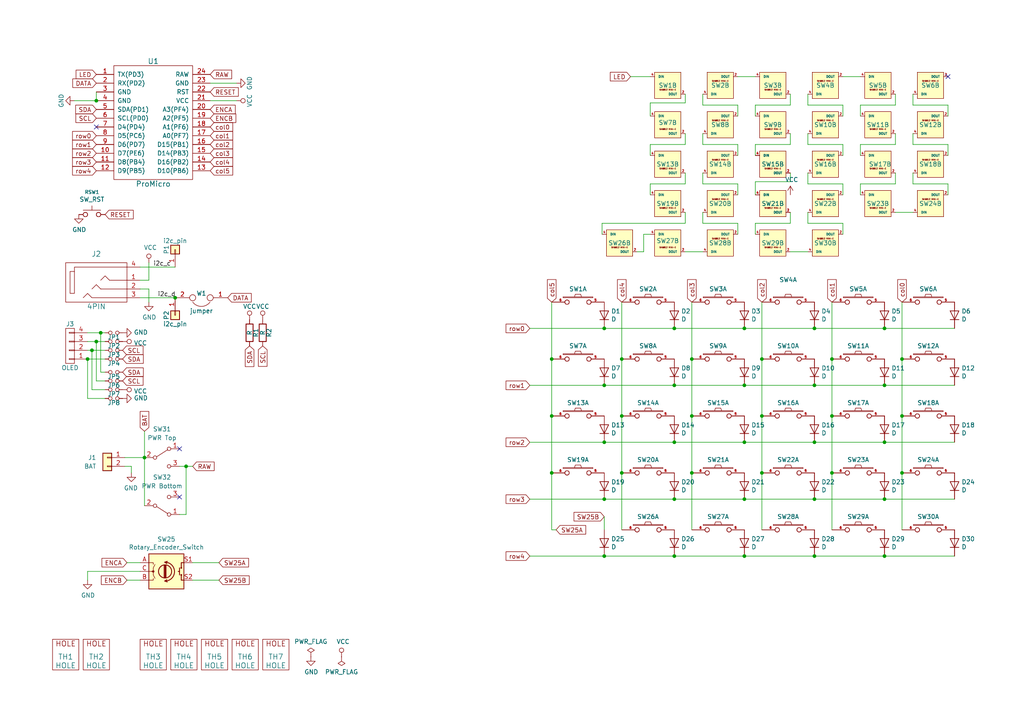
<source format=kicad_sch>
(kicad_sch (version 20211123) (generator eeschema)
  (paper "A4")
  (junction (at 195.58 128.27))
  (junction (at 50.8 86.36))
  (junction (at 160.02 120.65))
  (junction (at 41.91 132.715))
  (junction (at 261.62 104.14))
  (junction (at 195.58 111.76))
  (junction (at 256.54 128.27))
  (junction (at 256.54 161.29))
  (junction (at 160.02 104.14))
  (junction (at 27.94 99.06))
  (junction (at 29.21 96.52))
  (junction (at 200.66 104.14))
  (junction (at 236.22 128.27))
  (junction (at 220.98 137.16))
  (junction (at 236.22 95.25))
  (junction (at 160.02 137.16))
  (junction (at 175.26 128.27))
  (junction (at 195.58 95.25))
  (junction (at 256.54 111.76))
  (junction (at 200.66 137.16))
  (junction (at 261.62 137.16))
  (junction (at 220.98 104.14))
  (junction (at 236.22 111.76))
  (junction (at 175.26 144.78))
  (junction (at 180.34 104.14))
  (junction (at 256.54 95.25))
  (junction (at 215.9 95.25))
  (junction (at 241.3 120.65))
  (junction (at 215.9 128.27))
  (junction (at 195.58 144.78))
  (junction (at 236.22 144.78))
  (junction (at 215.9 144.78))
  (junction (at 175.26 111.76))
  (junction (at 27.94 29.21))
  (junction (at 175.26 95.25))
  (junction (at 220.98 120.65))
  (junction (at 200.66 120.65))
  (junction (at 195.58 161.29))
  (junction (at 25.4 104.14))
  (junction (at 180.34 137.16))
  (junction (at 53.975 135.255))
  (junction (at 256.54 144.78))
  (junction (at 241.3 104.14))
  (junction (at 26.67 101.6))
  (junction (at 215.9 111.76))
  (junction (at 241.3 137.16))
  (junction (at 180.34 120.65))
  (junction (at 215.9 161.29))
  (junction (at 175.26 161.29))
  (junction (at 236.22 161.29))
  (junction (at 261.62 120.65))
  (no_connect (at 52.07 130.175))
  (no_connect (at 52.07 144.145))
  (no_connect (at 27.94 36.83))
  (no_connect (at 274.955 22.225))
  (wire (pts (xy 160.02 120.65) (xy 160.02 137.16)))
  (wire (pts (xy 175.26 149.86) (xy 175.26 153.67)))
  (wire (pts (xy 215.9 128.27) (xy 236.22 128.27)))
  (wire (pts (xy 234.315 30.48) (xy 234.315 27.305)))
  (wire (pts (xy 40.64 86.36) (xy 50.8 86.36)))
  (wire (pts (xy 41.91 125.095) (xy 41.91 132.715)))
  (wire (pts (xy 175.26 161.29) (xy 195.58 161.29)))
  (wire (pts (xy 203.835 30.48) (xy 203.835 27.305)))
  (wire (pts (xy 203.835 41.91) (xy 203.835 38.735)))
  (wire (pts (xy 203.835 53.34) (xy 203.835 50.165)))
  (wire (pts (xy 256.54 128.27) (xy 276.86 128.27)))
  (wire (pts (xy 213.995 64.77) (xy 203.835 64.77)))
  (wire (pts (xy 184.785 73.025) (xy 186.69 73.025)))
  (wire (pts (xy 229.235 27.305) (xy 229.235 30.48)))
  (wire (pts (xy 60.96 29.21) (xy 68.58 29.21)))
  (wire (pts (xy 25.4 99.06) (xy 27.94 99.06)))
  (wire (pts (xy 52.07 149.225) (xy 53.975 149.225)))
  (wire (pts (xy 186.69 67.945) (xy 188.595 67.945)))
  (wire (pts (xy 188.595 41.91) (xy 188.595 45.085)))
  (wire (pts (xy 220.98 120.65) (xy 220.98 137.16)))
  (wire (pts (xy 52.07 135.255) (xy 53.975 135.255)))
  (wire (pts (xy 198.755 50.165) (xy 198.755 53.34)))
  (wire (pts (xy 25.4 115.57) (xy 30.48 115.57)))
  (wire (pts (xy 27.94 110.49) (xy 30.48 110.49)))
  (wire (pts (xy 274.955 45.085) (xy 274.955 41.91)))
  (wire (pts (xy 236.22 128.27) (xy 256.54 128.27)))
  (wire (pts (xy 160.02 153.67) (xy 161.29 153.67)))
  (wire (pts (xy 215.9 111.76) (xy 236.22 111.76)))
  (wire (pts (xy 53.975 149.225) (xy 53.975 135.255)))
  (wire (pts (xy 55.88 163.195) (xy 63.5 163.195)))
  (wire (pts (xy 41.91 132.715) (xy 41.91 146.685)))
  (wire (pts (xy 241.3 137.16) (xy 241.3 120.65)))
  (wire (pts (xy 43.18 81.28) (xy 40.64 81.28)))
  (wire (pts (xy 213.995 33.655) (xy 213.995 30.48)))
  (wire (pts (xy 244.475 64.77) (xy 234.315 64.77)))
  (wire (pts (xy 27.94 26.67) (xy 27.94 29.21)))
  (wire (pts (xy 200.66 104.14) (xy 200.66 120.65)))
  (wire (pts (xy 234.315 64.77) (xy 234.315 61.595)))
  (wire (pts (xy 213.995 30.48) (xy 203.835 30.48)))
  (wire (pts (xy 256.54 161.29) (xy 276.86 161.29)))
  (wire (pts (xy 38.1 137.16) (xy 38.1 135.255)))
  (wire (pts (xy 219.075 41.91) (xy 219.075 45.085)))
  (wire (pts (xy 195.58 128.27) (xy 175.26 128.27)))
  (wire (pts (xy 25.4 104.14) (xy 25.4 115.57)))
  (wire (pts (xy 198.755 41.91) (xy 188.595 41.91)))
  (wire (pts (xy 198.755 73.025) (xy 203.835 73.025)))
  (wire (pts (xy 195.58 95.25) (xy 215.9 95.25)))
  (wire (pts (xy 40.64 77.47) (xy 50.8 77.47)))
  (wire (pts (xy 198.755 64.77) (xy 174.625 64.77)))
  (wire (pts (xy 229.235 52.705) (xy 219.075 52.705)))
  (wire (pts (xy 229.235 61.595) (xy 229.235 64.77)))
  (wire (pts (xy 160.02 87.63) (xy 160.02 104.14)))
  (wire (pts (xy 244.475 53.34) (xy 234.315 53.34)))
  (wire (pts (xy 43.18 83.82) (xy 43.18 87.63)))
  (wire (pts (xy 188.595 53.34) (xy 188.595 56.515)))
  (wire (pts (xy 249.555 30.48) (xy 249.555 33.655)))
  (wire (pts (xy 198.755 53.34) (xy 188.595 53.34)))
  (wire (pts (xy 261.62 104.14) (xy 261.62 87.63)))
  (wire (pts (xy 256.54 95.25) (xy 276.86 95.25)))
  (wire (pts (xy 186.69 73.025) (xy 186.69 67.945)))
  (wire (pts (xy 261.62 120.65) (xy 261.62 104.14)))
  (wire (pts (xy 249.555 53.34) (xy 249.555 56.515)))
  (wire (pts (xy 40.64 165.735) (xy 25.4 165.735)))
  (wire (pts (xy 160.02 104.14) (xy 160.02 120.65)))
  (wire (pts (xy 182.88 22.225) (xy 188.595 22.225)))
  (wire (pts (xy 244.475 56.515) (xy 244.475 53.34)))
  (wire (pts (xy 25.4 101.6) (xy 26.67 101.6)))
  (wire (pts (xy 229.235 30.48) (xy 219.075 30.48)))
  (wire (pts (xy 264.795 41.91) (xy 264.795 38.735)))
  (wire (pts (xy 195.58 95.25) (xy 175.26 95.25)))
  (wire (pts (xy 259.715 53.34) (xy 249.555 53.34)))
  (wire (pts (xy 53.975 135.255) (xy 55.88 135.255)))
  (wire (pts (xy 259.715 61.595) (xy 264.795 61.595)))
  (wire (pts (xy 195.58 161.29) (xy 215.9 161.29)))
  (wire (pts (xy 200.66 137.16) (xy 200.66 153.67)))
  (wire (pts (xy 36.83 163.195) (xy 40.64 163.195)))
  (wire (pts (xy 256.54 95.25) (xy 236.22 95.25)))
  (wire (pts (xy 198.755 38.735) (xy 198.755 41.91)))
  (wire (pts (xy 213.995 41.91) (xy 203.835 41.91)))
  (wire (pts (xy 259.715 38.735) (xy 259.715 41.91)))
  (wire (pts (xy 175.26 95.25) (xy 153.67 95.25)))
  (wire (pts (xy 229.235 41.91) (xy 219.075 41.91)))
  (wire (pts (xy 249.555 41.91) (xy 249.555 45.085)))
  (wire (pts (xy 219.075 64.77) (xy 219.075 67.945)))
  (wire (pts (xy 180.34 137.16) (xy 180.34 153.67)))
  (wire (pts (xy 38.1 135.255) (xy 36.195 135.255)))
  (wire (pts (xy 29.21 96.52) (xy 30.48 96.52)))
  (wire (pts (xy 220.98 104.14) (xy 220.98 120.65)))
  (wire (pts (xy 274.955 53.34) (xy 264.795 53.34)))
  (wire (pts (xy 229.235 73.025) (xy 234.315 73.025)))
  (wire (pts (xy 213.995 45.085) (xy 213.995 41.91)))
  (wire (pts (xy 180.34 87.63) (xy 180.34 104.14)))
  (wire (pts (xy 36.195 132.715) (xy 41.91 132.715)))
  (wire (pts (xy 25.4 96.52) (xy 29.21 96.52)))
  (wire (pts (xy 195.58 111.76) (xy 215.9 111.76)))
  (wire (pts (xy 174.625 64.77) (xy 174.625 67.945)))
  (wire (pts (xy 219.075 30.48) (xy 219.075 33.655)))
  (wire (pts (xy 256.54 111.76) (xy 276.86 111.76)))
  (wire (pts (xy 36.83 168.275) (xy 40.64 168.275)))
  (wire (pts (xy 29.21 107.95) (xy 30.48 107.95)))
  (wire (pts (xy 203.835 64.77) (xy 203.835 61.595)))
  (wire (pts (xy 180.34 120.65) (xy 180.34 137.16)))
  (wire (pts (xy 259.715 30.48) (xy 249.555 30.48)))
  (wire (pts (xy 241.3 87.63) (xy 241.3 104.14)))
  (wire (pts (xy 213.995 67.945) (xy 213.995 64.77)))
  (wire (pts (xy 236.22 161.29) (xy 256.54 161.29)))
  (wire (pts (xy 26.67 101.6) (xy 26.67 113.03)))
  (wire (pts (xy 241.3 104.14) (xy 241.3 120.65)))
  (wire (pts (xy 27.94 29.21) (xy 21.59 29.21)))
  (wire (pts (xy 244.475 33.655) (xy 244.475 30.48)))
  (wire (pts (xy 200.66 120.65) (xy 200.66 137.16)))
  (wire (pts (xy 26.67 101.6) (xy 30.48 101.6)))
  (wire (pts (xy 274.955 41.91) (xy 264.795 41.91)))
  (wire (pts (xy 274.955 33.655) (xy 274.955 30.48)))
  (wire (pts (xy 27.94 99.06) (xy 30.48 99.06)))
  (wire (pts (xy 195.58 111.76) (xy 175.26 111.76)))
  (wire (pts (xy 30.48 104.14) (xy 25.4 104.14)))
  (wire (pts (xy 43.18 76.2) (xy 43.18 81.28)))
  (wire (pts (xy 60.96 24.13) (xy 68.58 24.13)))
  (wire (pts (xy 213.995 22.225) (xy 219.075 22.225)))
  (wire (pts (xy 229.235 38.735) (xy 229.235 41.91)))
  (wire (pts (xy 234.315 41.91) (xy 234.315 38.735)))
  (wire (pts (xy 244.475 30.48) (xy 234.315 30.48)))
  (wire (pts (xy 264.795 53.34) (xy 264.795 50.165)))
  (wire (pts (xy 27.94 99.06) (xy 27.94 110.49)))
  (wire (pts (xy 261.62 120.65) (xy 261.62 137.16)))
  (wire (pts (xy 236.22 111.76) (xy 256.54 111.76)))
  (wire (pts (xy 219.075 52.705) (xy 219.075 56.515)))
  (wire (pts (xy 29.21 96.52) (xy 29.21 107.95)))
  (wire (pts (xy 40.64 83.82) (xy 43.18 83.82)))
  (wire (pts (xy 261.62 137.16) (xy 261.62 153.67)))
  (wire (pts (xy 175.26 111.76) (xy 153.67 111.76)))
  (wire (pts (xy 259.715 50.165) (xy 259.715 53.34)))
  (wire (pts (xy 259.715 41.91) (xy 249.555 41.91)))
  (wire (pts (xy 26.67 113.03) (xy 30.48 113.03)))
  (wire (pts (xy 256.54 144.78) (xy 276.86 144.78)))
  (wire (pts (xy 188.595 29.845) (xy 188.595 33.655)))
  (wire (pts (xy 195.58 144.78) (xy 215.9 144.78)))
  (wire (pts (xy 274.955 56.515) (xy 274.955 53.34)))
  (wire (pts (xy 180.34 104.14) (xy 180.34 120.65)))
  (wire (pts (xy 259.715 27.305) (xy 259.715 30.48)))
  (wire (pts (xy 153.67 161.29) (xy 175.26 161.29)))
  (wire (pts (xy 264.795 30.48) (xy 264.795 27.305)))
  (wire (pts (xy 244.475 41.91) (xy 234.315 41.91)))
  (wire (pts (xy 195.58 144.78) (xy 175.26 144.78)))
  (wire (pts (xy 213.995 53.34) (xy 203.835 53.34)))
  (wire (pts (xy 241.3 137.16) (xy 241.3 153.67)))
  (wire (pts (xy 200.66 87.63) (xy 200.66 104.14)))
  (wire (pts (xy 215.9 144.78) (xy 236.22 144.78)))
  (wire (pts (xy 198.755 27.305) (xy 198.755 29.845)))
  (wire (pts (xy 220.98 137.16) (xy 220.98 153.67)))
  (wire (pts (xy 244.475 45.085) (xy 244.475 41.91)))
  (wire (pts (xy 215.9 161.29) (xy 236.22 161.29)))
  (wire (pts (xy 229.235 64.77) (xy 219.075 64.77)))
  (wire (pts (xy 244.475 22.225) (xy 249.555 22.225)))
  (wire (pts (xy 274.955 30.48) (xy 264.795 30.48)))
  (wire (pts (xy 229.235 50.165) (xy 229.235 52.705)))
  (wire (pts (xy 198.755 61.595) (xy 198.755 64.77)))
  (wire (pts (xy 234.315 53.34) (xy 234.315 50.165)))
  (wire (pts (xy 220.98 87.63) (xy 220.98 104.14)))
  (wire (pts (xy 215.9 95.25) (xy 236.22 95.25)))
  (wire (pts (xy 175.26 128.27) (xy 153.67 128.27)))
  (wire (pts (xy 244.475 67.945) (xy 244.475 64.77)))
  (wire (pts (xy 25.4 165.735) (xy 25.4 168.275)))
  (wire (pts (xy 160.02 137.16) (xy 160.02 153.67)))
  (wire (pts (xy 55.88 168.275) (xy 63.5 168.275)))
  (wire (pts (xy 213.995 56.515) (xy 213.995 53.34)))
  (wire (pts (xy 236.22 144.78) (xy 256.54 144.78)))
  (wire (pts (xy 198.755 29.845) (xy 188.595 29.845)))
  (wire (pts (xy 195.58 128.27) (xy 215.9 128.27)))
  (wire (pts (xy 175.26 144.78) (xy 153.67 144.78)))
  (label "i2c_d" (at 45.72 86.36 0))
  (label "i2c_c" (at 44.45 77.47 0))
  (global_label "col2" (shape input) (at 220.98 87.63 90) (property "Intersheet References" "${INTERSHEET_REFS}" (effects hide)))
  (global_label "DATA" (shape input) (at 66.04 86.36 0) (property "Intersheet References" "${INTERSHEET_REFS}" (effects hide)))
  (global_label "RESET" (shape input) (at 30.48 62.23 0) (property "Intersheet References" "${INTERSHEET_REFS}" (effects hide)))
  (global_label "col4" (shape input) (at 60.96 46.99 0) (property "Intersheet References" "${INTERSHEET_REFS}" (effects hide)))
  (global_label "ENCA" (shape input) (at 60.96 31.75 0) (property "Intersheet References" "${INTERSHEET_REFS}" (effects hide)))
  (global_label "RESET" (shape input) (at 60.96 26.67 0) (property "Intersheet References" "${INTERSHEET_REFS}" (effects hide)))
  (global_label "row3" (shape input) (at 153.67 144.78 180) (property "Intersheet References" "${INTERSHEET_REFS}" (effects hide)))
  (global_label "row1" (shape input) (at 153.67 111.76 180) (property "Intersheet References" "${INTERSHEET_REFS}" (effects hide)))
  (global_label "col0" (shape input) (at 60.96 36.83 0) (property "Intersheet References" "${INTERSHEET_REFS}" (effects hide)))
  (global_label "LED" (shape input) (at 27.94 21.59 180) (property "Intersheet References" "${INTERSHEET_REFS}" (effects hide)))
  (global_label "ENCB" (shape input) (at 60.96 34.29 0) (property "Intersheet References" "${INTERSHEET_REFS}" (effects hide)))
  (global_label "SW25B" (shape input) (at 175.26 149.86 180) (property "Intersheet References" "${INTERSHEET_REFS}" (effects hide)))
  (global_label "ENCA" (shape input) (at 36.83 163.195 180) (property "Intersheet References" "${INTERSHEET_REFS}" (effects hide)))
  (global_label "SCL" (shape input) (at 76.2 100.33 270) (property "Intersheet References" "${INTERSHEET_REFS}" (effects hide)))
  (global_label "col2" (shape input) (at 60.96 41.91 0) (property "Intersheet References" "${INTERSHEET_REFS}" (effects hide)))
  (global_label "row4" (shape input) (at 27.94 49.53 180) (property "Intersheet References" "${INTERSHEET_REFS}" (effects hide)))
  (global_label "col3" (shape input) (at 200.66 87.63 90) (property "Intersheet References" "${INTERSHEET_REFS}" (effects hide)))
  (global_label "SDA" (shape input) (at 35.56 107.95 0) (property "Intersheet References" "${INTERSHEET_REFS}" (effects hide)))
  (global_label "SCL" (shape input) (at 35.56 101.6 0) (property "Intersheet References" "${INTERSHEET_REFS}" (effects hide)))
  (global_label "SCL" (shape input) (at 27.94 34.29 180) (property "Intersheet References" "${INTERSHEET_REFS}" (effects hide)))
  (global_label "DATA" (shape input) (at 27.94 24.13 180) (property "Intersheet References" "${INTERSHEET_REFS}" (effects hide)))
  (global_label "SW25B" (shape input) (at 63.5 168.275 0) (property "Intersheet References" "${INTERSHEET_REFS}" (effects hide)))
  (global_label "SW25A" (shape input) (at 161.29 153.67 0) (property "Intersheet References" "${INTERSHEET_REFS}" (effects hide)))
  (global_label "BAT" (shape input) (at 41.91 125.095 90) (property "Intersheet References" "${INTERSHEET_REFS}" (effects hide)))
  (global_label "row4" (shape input) (at 153.67 161.29 180) (property "Intersheet References" "${INTERSHEET_REFS}" (effects hide)))
  (global_label "SW25A" (shape input) (at 63.5 163.195 0) (property "Intersheet References" "${INTERSHEET_REFS}" (effects hide)))
  (global_label "row2" (shape input) (at 153.67 128.27 180) (property "Intersheet References" "${INTERSHEET_REFS}" (effects hide)))
  (global_label "row0" (shape input) (at 27.94 39.37 180) (property "Intersheet References" "${INTERSHEET_REFS}" (effects hide)))
  (global_label "col5" (shape input) (at 60.96 49.53 0) (property "Intersheet References" "${INTERSHEET_REFS}" (effects hide)))
  (global_label "SDA" (shape input) (at 27.94 31.75 180) (property "Intersheet References" "${INTERSHEET_REFS}" (effects hide)))
  (global_label "RAW" (shape input) (at 60.96 21.59 0) (property "Intersheet References" "${INTERSHEET_REFS}" (effects hide)))
  (global_label "row1" (shape input) (at 27.94 41.91 180) (property "Intersheet References" "${INTERSHEET_REFS}" (effects hide)))
  (global_label "row0" (shape input) (at 153.67 95.25 180) (property "Intersheet References" "${INTERSHEET_REFS}" (effects hide)))
  (global_label "SDA" (shape input) (at 72.39 100.33 270) (property "Intersheet References" "${INTERSHEET_REFS}" (effects hide)))
  (global_label "col1" (shape input) (at 60.96 39.37 0) (property "Intersheet References" "${INTERSHEET_REFS}" (effects hide)))
  (global_label "LED" (shape input) (at 182.88 22.225 180) (property "Intersheet References" "${INTERSHEET_REFS}" (effects hide)))
  (global_label "SCL" (shape input) (at 35.56 110.49 0) (property "Intersheet References" "${INTERSHEET_REFS}" (effects hide)))
  (global_label "row2" (shape input) (at 27.94 44.45 180) (property "Intersheet References" "${INTERSHEET_REFS}" (effects hide)))
  (global_label "RAW" (shape input) (at 55.88 135.255 0) (property "Intersheet References" "${INTERSHEET_REFS}" (effects hide)))
  (global_label "col1" (shape input) (at 241.3 87.63 90) (property "Intersheet References" "${INTERSHEET_REFS}" (effects hide)))
  (global_label "ENCB" (shape input) (at 36.83 168.275 180) (property "Intersheet References" "${INTERSHEET_REFS}" (effects hide)))
  (global_label "col5" (shape input) (at 160.02 87.63 90) (property "Intersheet References" "${INTERSHEET_REFS}" (effects hide)))
  (global_label "col3" (shape input) (at 60.96 44.45 0) (property "Intersheet References" "${INTERSHEET_REFS}" (effects hide)))
  (global_label "row3" (shape input) (at 27.94 46.99 180) (property "Intersheet References" "${INTERSHEET_REFS}" (effects hide)))
  (global_label "col0" (shape input) (at 261.62 87.63 90) (property "Intersheet References" "${INTERSHEET_REFS}" (effects hide)))
  (global_label "col4" (shape input) (at 180.34 87.63 90) (property "Intersheet References" "${INTERSHEET_REFS}" (effects hide)))
  (global_label "SDA" (shape input) (at 35.56 104.14 0) (property "Intersheet References" "${INTERSHEET_REFS}" (effects hide)))
  (symbol (lib_id "SofleKeyboard-rescue:ProMicro_2-Lily58-cache-Lily58_Pro-rescue") (at 44.45 35.56 0) (unit 1)
    (property "Reference" "U1" (at 44.45 17.78 0) (effects (font (size 1.524 1.524))))
    (property "Value" "ProMicro" (at 44.45 53.34 0) (effects (font (size 1.524 1.524))))
    (property "Footprint" "SofleKeyboard-footprint:ProMicro" (effects hide))
  )
  (symbol (lib_id "SofleKeyboard:SW_PUSH_LED") (at 187.96 153.67 0) (unit 1)
    (property "Reference" "SW26" (at 187.96 149.86 0))
    (property "Value" "SW_PUSH_LED" (effects hide))
    (property "Footprint" "SofleChoc:Choc_Hotswap_SK6812MiniE" (effects hide))
  )
  (symbol (lib_id "SofleKeyboard:SW_PUSH_LED") (at 167.64 87.63 0) (unit 1)
    (property "Reference" "SW1" (at 167.64 83.82 0))
    (property "Value" "SW_PUSH_LED" (effects hide))
    (property "Footprint" "SofleChoc:Choc_Hotswap_SK6812MiniE" (effects hide))
  )
  (symbol (lib_id "SofleKeyboard-rescue:D-Lily58-cache-Lily58_Pro-rescue") (at 175.26 91.44 90) (unit 1)
    (property "Reference" "D1" (at 177.2666 90.2716 90) (effects (justify right)))
    (property "Value" "D" (at 177.2666 92.583 90) (effects (justify right)))
    (property "Footprint" "Diode_SMD:crkbd-diode" (effects hide))
  )
  (symbol (lib_id "SofleKeyboard:SW_PUSH_LED") (at 187.96 87.63 0) (unit 1)
    (property "Reference" "SW2" (at 187.96 83.82 0))
    (property "Value" "SW_PUSH_LED" (effects hide))
    (property "Footprint" "SofleChoc:Choc_Hotswap_SK6812MiniE" (effects hide))
  )
  (symbol (lib_id "SofleKeyboard-rescue:D-Lily58-cache-Lily58_Pro-rescue") (at 195.58 91.44 90) (unit 1)
    (property "Reference" "D2" (at 197.5866 90.2716 90) (effects (justify right)))
    (property "Value" "D" (at 197.5866 92.583 90) (effects (justify right)))
    (property "Footprint" "Diode_SMD:crkbd-diode" (effects hide))
  )
  (symbol (lib_id "SofleKeyboard:SW_PUSH_LED") (at 208.28 87.63 0) (unit 1)
    (property "Reference" "SW3" (at 208.28 83.82 0))
    (property "Value" "SW_PUSH_LED" (effects hide))
    (property "Footprint" "SofleChoc:Choc_Hotswap_SK6812MiniE" (effects hide))
  )
  (symbol (lib_id "SofleKeyboard-rescue:D-Lily58-cache-Lily58_Pro-rescue") (at 215.9 91.44 90) (unit 1)
    (property "Reference" "D3" (at 217.9066 90.2716 90) (effects (justify right)))
    (property "Value" "D" (at 217.9066 92.583 90) (effects (justify right)))
    (property "Footprint" "Diode_SMD:crkbd-diode" (effects hide))
  )
  (symbol (lib_id "SofleKeyboard:SW_PUSH_LED") (at 228.6 87.63 0) (unit 1)
    (property "Reference" "SW4" (at 228.6 81.153 0))
    (property "Value" "SW_PUSH_LED" (effects hide))
    (property "Footprint" "SofleChoc:Choc_Hotswap_SK6812MiniE" (effects hide))
  )
  (symbol (lib_id "SofleKeyboard-rescue:D-Lily58-cache-Lily58_Pro-rescue") (at 236.22 91.44 90) (unit 1)
    (property "Reference" "D4" (at 238.2266 90.2716 90) (effects (justify right)))
    (property "Value" "D" (at 238.2266 92.583 90) (effects (justify right)))
    (property "Footprint" "Diode_SMD:crkbd-diode" (effects hide))
  )
  (symbol (lib_id "SofleKeyboard:SW_PUSH_LED") (at 248.92 87.63 0) (unit 1)
    (property "Reference" "SW5" (at 248.92 83.82 0))
    (property "Value" "SW_PUSH_LED" (effects hide))
    (property "Footprint" "SofleChoc:Choc_Hotswap_SK6812MiniE" (effects hide))
  )
  (symbol (lib_id "SofleKeyboard-rescue:D-Lily58-cache-Lily58_Pro-rescue") (at 256.54 91.44 90) (unit 1)
    (property "Reference" "D5" (at 258.5466 90.2716 90) (effects (justify right)))
    (property "Value" "D" (at 258.5466 92.583 90) (effects (justify right)))
    (property "Footprint" "Diode_SMD:crkbd-diode" (effects hide))
  )
  (symbol (lib_id "SofleKeyboard:SW_PUSH_LED") (at 269.24 87.63 0) (unit 1)
    (property "Reference" "SW6" (at 269.24 83.82 0))
    (property "Value" "SW_PUSH_LED" (effects hide))
    (property "Footprint" "SofleChoc:Choc_Hotswap_SK6812MiniE" (effects hide))
  )
  (symbol (lib_id "SofleKeyboard-rescue:D-Lily58-cache-Lily58_Pro-rescue") (at 276.86 91.44 90) (unit 1)
    (property "Reference" "D6" (at 278.8666 90.2716 90) (effects (justify right)))
    (property "Value" "D" (at 278.8666 92.583 90) (effects (justify right)))
    (property "Footprint" "Diode_SMD:crkbd-diode" (effects hide))
  )
  (symbol (lib_id "SofleKeyboard:SW_PUSH_LED") (at 187.96 104.14 0) (unit 1)
    (property "Reference" "SW8" (at 187.96 100.33 0))
    (property "Value" "SW_PUSH_LED" (effects hide))
    (property "Footprint" "SofleChoc:Choc_Hotswap_SK6812MiniE" (effects hide))
  )
  (symbol (lib_id "SofleKeyboard:SW_PUSH_LED") (at 208.28 104.14 0) (unit 1)
    (property "Reference" "SW9" (at 208.28 100.33 0))
    (property "Value" "SW_PUSH_LED" (effects hide))
    (property "Footprint" "SofleChoc:Choc_Hotswap_SK6812MiniE" (effects hide))
  )
  (symbol (lib_id "SofleKeyboard:SW_PUSH_LED") (at 228.6 104.14 0) (unit 1)
    (property "Reference" "SW10" (at 228.6 100.33 0))
    (property "Value" "SW_PUSH_LED" (effects hide))
    (property "Footprint" "SofleChoc:Choc_Hotswap_SK6812MiniE" (effects hide))
  )
  (symbol (lib_id "SofleKeyboard:SW_PUSH_LED") (at 248.92 104.14 0) (unit 1)
    (property "Reference" "SW11" (at 248.92 100.33 0))
    (property "Value" "SW_PUSH_LED" (effects hide))
    (property "Footprint" "SofleChoc:Choc_Hotswap_SK6812MiniE" (effects hide))
  )
  (symbol (lib_id "SofleKeyboard:SW_PUSH_LED") (at 269.24 104.14 0) (unit 1)
    (property "Reference" "SW12" (at 269.24 100.33 0))
    (property "Value" "SW_PUSH_LED" (effects hide))
    (property "Footprint" "SofleChoc:Choc_Hotswap_SK6812MiniE" (effects hide))
  )
  (symbol (lib_id "SofleKeyboard:SW_PUSH_LED") (at 167.64 104.14 0) (unit 1)
    (property "Reference" "SW7" (at 167.64 100.33 0))
    (property "Value" "SW_PUSH_LED" (effects hide))
    (property "Footprint" "SofleChoc:Choc_Hotswap_SK6812MiniE" (effects hide))
  )
  (symbol (lib_id "SofleKeyboard-rescue:D-Lily58-cache-Lily58_Pro-rescue") (at 175.26 107.95 90) (unit 1)
    (property "Reference" "D7" (at 177.2666 106.7816 90) (effects (justify right)))
    (property "Value" "D" (at 177.2666 109.093 90) (effects (justify right)))
    (property "Footprint" "Diode_SMD:crkbd-diode" (effects hide))
  )
  (symbol (lib_id "SofleKeyboard-rescue:D-Lily58-cache-Lily58_Pro-rescue") (at 195.58 107.95 90) (unit 1)
    (property "Reference" "D8" (at 197.5866 106.7816 90) (effects (justify right)))
    (property "Value" "D" (at 197.5866 109.093 90) (effects (justify right)))
    (property "Footprint" "Diode_SMD:crkbd-diode" (effects hide))
  )
  (symbol (lib_id "SofleKeyboard-rescue:D-Lily58-cache-Lily58_Pro-rescue") (at 215.9 107.95 90) (unit 1)
    (property "Reference" "D9" (at 217.9066 106.7816 90) (effects (justify right)))
    (property "Value" "D" (at 217.9066 109.093 90) (effects (justify right)))
    (property "Footprint" "Diode_SMD:crkbd-diode" (effects hide))
  )
  (symbol (lib_id "SofleKeyboard-rescue:D-Lily58-cache-Lily58_Pro-rescue") (at 236.22 107.95 90) (unit 1)
    (property "Reference" "D10" (at 238.2266 106.7816 90) (effects (justify right)))
    (property "Value" "D" (at 238.2266 109.093 90) (effects (justify right)))
    (property "Footprint" "Diode_SMD:crkbd-diode" (effects hide))
  )
  (symbol (lib_id "SofleKeyboard-rescue:D-Lily58-cache-Lily58_Pro-rescue") (at 256.54 107.95 90) (unit 1)
    (property "Reference" "D11" (at 258.5466 106.7816 90) (effects (justify right)))
    (property "Value" "D" (at 258.5466 109.093 90) (effects (justify right)))
    (property "Footprint" "Diode_SMD:crkbd-diode" (effects hide))
  )
  (symbol (lib_id "SofleKeyboard-rescue:D-Lily58-cache-Lily58_Pro-rescue") (at 276.86 107.95 90) (unit 1)
    (property "Reference" "D12" (at 278.8666 106.7816 90) (effects (justify right)))
    (property "Value" "D" (at 278.8666 109.093 90) (effects (justify right)))
    (property "Footprint" "Diode_SMD:crkbd-diode" (effects hide))
  )
  (symbol (lib_id "SofleKeyboard:SW_PUSH_LED") (at 167.64 120.65 0) (unit 1)
    (property "Reference" "SW13" (at 167.64 116.84 0))
    (property "Value" "SW_PUSH_LED" (effects hide))
    (property "Footprint" "SofleChoc:Choc_Hotswap_SK6812MiniE" (effects hide))
  )
  (symbol (lib_id "SofleKeyboard:SW_PUSH_LED") (at 187.96 120.65 0) (unit 1)
    (property "Reference" "SW14" (at 187.96 116.84 0))
    (property "Value" "SW_PUSH_LED" (effects hide))
    (property "Footprint" "SofleChoc:Choc_Hotswap_SK6812MiniE" (effects hide))
  )
  (symbol (lib_id "SofleKeyboard:SW_PUSH_LED") (at 208.28 120.65 0) (unit 1)
    (property "Reference" "SW15" (at 208.28 116.84 0))
    (property "Value" "SW_PUSH_LED" (effects hide))
    (property "Footprint" "SofleChoc:Choc_Hotswap_SK6812MiniE" (effects hide))
  )
  (symbol (lib_id "SofleKeyboard:SW_PUSH_LED") (at 228.6 120.65 0) (unit 1)
    (property "Reference" "SW16" (at 228.6 116.84 0))
    (property "Value" "SW_PUSH_LED" (effects hide))
    (property "Footprint" "SofleChoc:Choc_Hotswap_SK6812MiniE" (effects hide))
  )
  (symbol (lib_id "SofleKeyboard:SW_PUSH_LED") (at 248.92 120.65 0) (unit 1)
    (property "Reference" "SW17" (at 248.92 116.84 0))
    (property "Value" "SW_PUSH_LED" (effects hide))
    (property "Footprint" "SofleChoc:Choc_Hotswap_SK6812MiniE" (effects hide))
  )
  (symbol (lib_id "SofleKeyboard:SW_PUSH_LED") (at 269.24 120.65 0) (unit 1)
    (property "Reference" "SW18" (at 269.24 116.84 0))
    (property "Value" "SW_PUSH_LED" (effects hide))
    (property "Footprint" "SofleChoc:Choc_Hotswap_SK6812MiniE" (effects hide))
  )
  (symbol (lib_id "SofleKeyboard-rescue:D-Lily58-cache-Lily58_Pro-rescue") (at 175.26 124.46 90) (unit 1)
    (property "Reference" "D13" (at 177.2666 123.2916 90) (effects (justify right)))
    (property "Value" "D" (at 177.2666 125.603 90) (effects (justify right)))
    (property "Footprint" "Diode_SMD:crkbd-diode" (effects hide))
  )
  (symbol (lib_id "SofleKeyboard-rescue:D-Lily58-cache-Lily58_Pro-rescue") (at 195.58 124.46 90) (unit 1)
    (property "Reference" "D14" (at 197.5866 123.2916 90) (effects (justify right)))
    (property "Value" "D" (at 197.5866 125.603 90) (effects (justify right)))
    (property "Footprint" "Diode_SMD:crkbd-diode" (effects hide))
  )
  (symbol (lib_id "SofleKeyboard-rescue:D-Lily58-cache-Lily58_Pro-rescue") (at 215.9 124.46 90) (unit 1)
    (property "Reference" "D15" (at 217.9066 123.2916 90) (effects (justify right)))
    (property "Value" "D" (at 217.9066 125.603 90) (effects (justify right)))
    (property "Footprint" "Diode_SMD:crkbd-diode" (effects hide))
  )
  (symbol (lib_id "SofleKeyboard-rescue:D-Lily58-cache-Lily58_Pro-rescue") (at 236.22 124.46 90) (unit 1)
    (property "Reference" "D16" (at 238.2266 123.2916 90) (effects (justify right)))
    (property "Value" "D" (at 238.2266 125.603 90) (effects (justify right)))
    (property "Footprint" "Diode_SMD:crkbd-diode" (effects hide))
  )
  (symbol (lib_id "SofleKeyboard-rescue:D-Lily58-cache-Lily58_Pro-rescue") (at 256.54 124.46 90) (unit 1)
    (property "Reference" "D17" (at 258.5466 123.2916 90) (effects (justify right)))
    (property "Value" "D" (at 258.5466 125.603 90) (effects (justify right)))
    (property "Footprint" "Diode_SMD:crkbd-diode" (effects hide))
  )
  (symbol (lib_id "SofleKeyboard-rescue:D-Lily58-cache-Lily58_Pro-rescue") (at 276.86 124.46 90) (unit 1)
    (property "Reference" "D18" (at 278.8666 123.2916 90) (effects (justify right)))
    (property "Value" "D" (at 278.8666 125.603 90) (effects (justify right)))
    (property "Footprint" "Diode_SMD:crkbd-diode" (effects hide))
  )
  (symbol (lib_id "SofleKeyboard:SW_PUSH_LED") (at 208.28 137.16 0) (unit 1)
    (property "Reference" "SW21" (at 208.28 133.35 0))
    (property "Value" "SW_PUSH_LED" (effects hide))
    (property "Footprint" "SofleChoc:Choc_Hotswap_SK6812MiniE" (effects hide))
  )
  (symbol (lib_id "SofleKeyboard:SW_PUSH_LED") (at 228.6 137.16 0) (unit 1)
    (property "Reference" "SW22" (at 228.6 133.35 0))
    (property "Value" "SW_PUSH_LED" (effects hide))
    (property "Footprint" "SofleChoc:Choc_Hotswap_SK6812MiniE" (effects hide))
  )
  (symbol (lib_id "SofleKeyboard:SW_PUSH_LED") (at 248.92 137.16 0) (unit 1)
    (property "Reference" "SW23" (at 248.92 133.35 0))
    (property "Value" "SW_PUSH_LED" (effects hide))
    (property "Footprint" "SofleChoc:Choc_Hotswap_SK6812MiniE" (effects hide))
  )
  (symbol (lib_id "SofleKeyboard:SW_PUSH_LED") (at 269.24 137.16 0) (unit 1)
    (property "Reference" "SW24" (at 269.24 133.35 0))
    (property "Value" "SW_PUSH_LED" (effects hide))
    (property "Footprint" "SofleChoc:Choc_Hotswap_SK6812MiniE" (effects hide))
  )
  (symbol (lib_id "SofleKeyboard:SW_PUSH_LED") (at 187.96 137.16 0) (unit 1)
    (property "Reference" "SW20" (at 187.96 133.35 0))
    (property "Value" "SW_PUSH_LED" (effects hide))
    (property "Footprint" "SofleChoc:Choc_Hotswap_SK6812MiniE" (effects hide))
  )
  (symbol (lib_id "SofleKeyboard:SW_PUSH_LED") (at 167.64 137.16 0) (unit 1)
    (property "Reference" "SW19" (at 167.64 133.35 0))
    (property "Value" "SW_PUSH_LED" (effects hide))
    (property "Footprint" "SofleChoc:Choc_Hotswap_SK6812MiniE" (effects hide))
  )
  (symbol (lib_id "SofleKeyboard-rescue:D-Lily58-cache-Lily58_Pro-rescue") (at 175.26 140.97 90) (unit 1)
    (property "Reference" "D19" (at 177.2666 139.8016 90) (effects (justify right)))
    (property "Value" "D" (at 177.2666 142.113 90) (effects (justify right)))
    (property "Footprint" "Diode_SMD:crkbd-diode" (effects hide))
  )
  (symbol (lib_id "SofleKeyboard-rescue:D-Lily58-cache-Lily58_Pro-rescue") (at 195.58 140.97 90) (unit 1)
    (property "Reference" "D20" (at 197.5866 139.8016 90) (effects (justify right)))
    (property "Value" "D" (at 197.5866 142.113 90) (effects (justify right)))
    (property "Footprint" "Diode_SMD:crkbd-diode" (effects hide))
  )
  (symbol (lib_id "SofleKeyboard-rescue:D-Lily58-cache-Lily58_Pro-rescue") (at 215.9 140.97 90) (unit 1)
    (property "Reference" "D21" (at 217.9066 139.8016 90) (effects (justify right)))
    (property "Value" "D" (at 217.9066 142.113 90) (effects (justify right)))
    (property "Footprint" "Diode_SMD:crkbd-diode" (effects hide))
  )
  (symbol (lib_id "SofleKeyboard-rescue:D-Lily58-cache-Lily58_Pro-rescue") (at 236.22 140.97 90) (unit 1)
    (property "Reference" "D22" (at 238.2266 139.8016 90) (effects (justify right)))
    (property "Value" "D" (at 238.2266 142.113 90) (effects (justify right)))
    (property "Footprint" "Diode_SMD:crkbd-diode" (effects hide))
  )
  (symbol (lib_id "SofleKeyboard-rescue:D-Lily58-cache-Lily58_Pro-rescue") (at 256.54 140.97 90) (unit 1)
    (property "Reference" "D23" (at 258.5466 139.8016 90) (effects (justify right)))
    (property "Value" "D" (at 258.5466 142.113 90) (effects (justify right)))
    (property "Footprint" "Diode_SMD:crkbd-diode" (effects hide))
  )
  (symbol (lib_id "SofleKeyboard-rescue:D-Lily58-cache-Lily58_Pro-rescue") (at 276.86 140.97 90) (unit 1)
    (property "Reference" "D24" (at 278.8666 139.8016 90) (effects (justify right)))
    (property "Value" "D" (at 278.8666 142.113 90) (effects (justify right)))
    (property "Footprint" "Diode_SMD:crkbd-diode" (effects hide))
  )
  (symbol (lib_id "SofleKeyboard:SW_PUSH_LED") (at 208.28 153.67 0) (unit 1)
    (property "Reference" "SW27" (at 208.28 149.86 0))
    (property "Value" "SW_PUSH_LED" (effects hide))
    (property "Footprint" "SofleChoc:Choc_Hotswap_SK6812MiniE" (effects hide))
  )
  (symbol (lib_id "SofleKeyboard:SW_PUSH_LED") (at 228.6 153.67 0) (unit 1)
    (property "Reference" "SW28" (at 228.6 149.86 0))
    (property "Value" "SW_PUSH_LED" (effects hide))
    (property "Footprint" "SofleChoc:Choc_Hotswap_SK6812MiniE" (effects hide))
  )
  (symbol (lib_id "SofleKeyboard:SW_PUSH_LED") (at 248.92 153.67 0) (unit 1)
    (property "Reference" "SW29" (at 248.92 149.86 0))
    (property "Value" "SW_PUSH_LED" (effects hide))
    (property "Footprint" "SofleChoc:Choc_Hotswap_SK6812MiniE" (effects hide))
  )
  (symbol (lib_id "SofleKeyboard-rescue:D-Lily58-cache-Lily58_Pro-rescue") (at 175.26 157.48 90) (unit 1)
    (property "Reference" "D25" (at 177.2666 156.3116 90) (effects (justify right)))
    (property "Value" "D" (at 177.2666 158.623 90) (effects (justify right)))
    (property "Footprint" "Diode_SMD:crkbd-diode" (effects hide))
  )
  (symbol (lib_id "SofleKeyboard-rescue:D-Lily58-cache-Lily58_Pro-rescue") (at 195.58 157.48 90) (unit 1)
    (property "Reference" "D26" (at 197.5866 156.3116 90) (effects (justify right)))
    (property "Value" "D" (at 197.5866 158.623 90) (effects (justify right)))
    (property "Footprint" "Diode_SMD:crkbd-diode" (effects hide))
  )
  (symbol (lib_id "SofleKeyboard-rescue:D-Lily58-cache-Lily58_Pro-rescue") (at 215.9 157.48 90) (unit 1)
    (property "Reference" "D27" (at 217.9066 156.3116 90) (effects (justify right)))
    (property "Value" "D" (at 217.9066 158.623 90) (effects (justify right)))
    (property "Footprint" "Diode_SMD:crkbd-diode" (effects hide))
  )
  (symbol (lib_id "SofleKeyboard-rescue:D-Lily58-cache-Lily58_Pro-rescue") (at 236.22 157.48 90) (unit 1)
    (property "Reference" "D28" (at 238.2266 156.3116 90) (effects (justify right)))
    (property "Value" "D" (at 238.2266 158.623 90) (effects (justify right)))
    (property "Footprint" "Diode_SMD:crkbd-diode" (effects hide))
  )
  (symbol (lib_id "SofleKeyboard-rescue:D-Lily58-cache-Lily58_Pro-rescue") (at 256.54 157.48 90) (unit 1)
    (property "Reference" "D29" (at 258.5466 156.3116 90) (effects (justify right)))
    (property "Value" "D" (at 258.5466 158.623 90) (effects (justify right)))
    (property "Footprint" "Diode_SMD:crkbd-diode" (effects hide))
  )
  (symbol (lib_id "SofleKeyboard-rescue:VCC-Lily58-cache-Lily58_Pro-rescue") (at 68.58 29.21 270) (unit 1)
    (property "Reference" "#PWR04" (effects hide))
    (property "Value" "VCC" (at 72.39 29.21 0))
  )
  (symbol (lib_id "SofleKeyboard-rescue:VCC-Lily58-cache-Lily58_Pro-rescue") (at 72.39 92.71 0) (unit 1)
    (property "Reference" "#PWR05" (effects hide))
    (property "Value" "VCC" (at 72.39 88.9 0))
  )
  (symbol (lib_id "SofleKeyboard-rescue:VCC-Lily58-cache-Lily58_Pro-rescue") (at 76.2 92.71 0) (unit 1)
    (property "Reference" "#PWR06" (effects hide))
    (property "Value" "VCC" (at 76.2 88.9 0))
  )
  (symbol (lib_id "SofleKeyboard-rescue:R-Lily58-cache-Lily58_Pro-rescue") (at 72.39 96.52 0) (unit 1)
    (property "Reference" "R1" (at 74.93 96.52 90) (effects (justify bottom)))
    (property "Value" "R" (at 72.39 96.52 90))
    (property "Footprint" "SofleKeyboard-footprint:RESISTOR_mini" (effects hide))
  )
  (symbol (lib_id "SofleKeyboard-rescue:R-Lily58-cache-Lily58_Pro-rescue") (at 76.2 96.52 0) (unit 1)
    (property "Reference" "R2" (at 78.74 96.52 90) (effects (justify bottom)))
    (property "Value" "R" (at 76.2 96.52 90))
    (property "Footprint" "SofleKeyboard-footprint:RESISTOR_mini" (effects hide))
  )
  (symbol (lib_id "SofleKeyboard-rescue:MJ-4PP-9-Lily58-cache-Lily58_Pro-rescue") (at 29.21 81.28 0) (unit 1)
    (property "Reference" "J2" (at 27.94 73.66 0) (effects (font (size 1.524 1.524))))
    (property "Value" "4PIN" (at 27.94 88.9 0) (effects (font (size 1.524 1.524))))
    (property "Footprint" "SofleKeyboard-footprint:MJ-4PP-9" (effects hide))
  )
  (symbol (lib_id "SofleKeyboard-rescue:GND-Lily58-cache-Lily58_Pro-rescue") (at 22.86 62.23 0) (unit 1)
    (property "Reference" "#PWR010" (effects hide))
    (property "Value" "GND" (at 22.987 66.6242 0))
  )
  (symbol (lib_id "SofleKeyboard-rescue:PWR_FLAG-Lily58-cache-Lily58_Pro-rescue") (at 90.17 190.5 0) (unit 1)
    (property "Reference" "#FLG01" (effects hide))
    (property "Value" "PWR_FLAG" (at 90.17 186.0804 0))
  )
  (symbol (lib_id "SofleKeyboard-rescue:GND-Lily58-cache-Lily58_Pro-rescue") (at 90.17 190.5 0) (unit 1)
    (property "Reference" "#PWR012" (effects hide))
    (property "Value" "GND" (at 90.297 194.8942 0))
  )
  (symbol (lib_id "SofleKeyboard-rescue:VCC-Lily58-cache-Lily58_Pro-rescue") (at 99.06 190.5 0) (unit 1)
    (property "Reference" "#PWR013" (effects hide))
    (property "Value" "VCC" (at 99.4918 186.1058 0))
  )
  (symbol (lib_id "SofleKeyboard-rescue:PWR_FLAG-Lily58-cache-Lily58_Pro-rescue") (at 99.06 190.5 180) (unit 1)
    (property "Reference" "#FLG02" (effects hide))
    (property "Value" "PWR_FLAG" (at 99.06 194.8942 0))
  )
  (symbol (lib_id "SofleKeyboard-rescue:HOLE-Lily58-cache-Lily58_Pro-rescue") (at 19.05 190.5 0) (unit 1) (on_board no)
    (property "Reference" "TH1" (at 19.05 190.5 0) (effects (font (size 1.524 1.524))))
    (property "Value" "HOLE" (at 19.05 193.04 0) (effects (font (size 1.524 1.524))))
    (property "Footprint" "MountingHole:MountingHole_2.2mm_M2_ISO7380_Pad" (effects hide))
  )
  (symbol (lib_id "SofleKeyboard-rescue:HOLE-Lily58-cache-Lily58_Pro-rescue") (at 27.94 190.5 0) (unit 1) (on_board no)
    (property "Reference" "TH2" (at 27.94 190.5 0) (effects (font (size 1.524 1.524))))
    (property "Value" "HOLE" (at 27.94 193.04 0) (effects (font (size 1.524 1.524))))
    (property "Footprint" "MountingHole:MountingHole_2.2mm_M2_ISO7380_Pad" (effects hide))
  )
  (symbol (lib_id "SofleKeyboard-rescue:HOLE-Lily58-cache-Lily58_Pro-rescue") (at 53.34 190.5 0) (unit 1)
    (property "Reference" "TH4" (at 53.34 190.5 0) (effects (font (size 1.524 1.524))))
    (property "Value" "HOLE" (at 53.34 193.04 0) (effects (font (size 1.524 1.524))))
    (property "Footprint" "SofleChoc:HOLE_M2_TH_Smaller" (effects hide))
  )
  (symbol (lib_id "SofleKeyboard-rescue:HOLE-Lily58-cache-Lily58_Pro-rescue") (at 62.23 190.5 0) (unit 1)
    (property "Reference" "TH5" (at 62.23 190.5 0) (effects (font (size 1.524 1.524))))
    (property "Value" "HOLE" (at 62.23 193.04 0) (effects (font (size 1.524 1.524))))
    (property "Footprint" "SofleChoc:HOLE_M2_TH_Smaller" (effects hide))
  )
  (symbol (lib_id "SofleKeyboard-rescue:HOLE-Lily58-cache-Lily58_Pro-rescue") (at 71.12 190.5 0) (unit 1)
    (property "Reference" "TH6" (at 71.12 190.5 0) (effects (font (size 1.524 1.524))))
    (property "Value" "HOLE" (at 71.12 193.04 0) (effects (font (size 1.524 1.524))))
    (property "Footprint" "SofleChoc:HOLE_M2_TH_Smaller" (effects hide))
  )
  (symbol (lib_id "SofleKeyboard-rescue:HOLE-Lily58-cache-Lily58_Pro-rescue") (at 80.01 190.5 0) (unit 1)
    (property "Reference" "TH7" (at 80.01 190.5 0) (effects (font (size 1.524 1.524))))
    (property "Value" "HOLE" (at 80.01 193.04 0) (effects (font (size 1.524 1.524))))
    (property "Footprint" "SofleChoc:HOLE_M2_TH_Smaller" (effects hide))
  )
  (symbol (lib_id "SofleKeyboard-rescue:HOLE-Lily58-cache-Lily58_Pro-rescue") (at 44.45 190.5 0) (unit 1)
    (property "Reference" "TH3" (at 44.45 190.5 0) (effects (font (size 1.524 1.524))))
    (property "Value" "HOLE" (at 44.45 193.04 0) (effects (font (size 1.524 1.524))))
    (property "Footprint" "SofleChoc:HOLE_M2_TH_Smaller" (effects hide))
  )
  (symbol (lib_id "SofleKeyboard-rescue:GND-Lily58-cache-Lily58_Pro-rescue") (at 68.58 24.13 90) (unit 1)
    (property "Reference" "#PWR0101" (effects hide))
    (property "Value" "GND" (at 72.39 24.13 0))
  )
  (symbol (lib_id "SofleKeyboard-rescue:GND-Lily58-cache-Lily58_Pro-rescue") (at 21.59 29.21 270) (unit 1)
    (property "Reference" "#PWR0102" (effects hide))
    (property "Value" "GND" (at 17.78 29.21 0))
  )
  (symbol (lib_id "SofleKeyboard-rescue:SW_RST-Lily58-cache-Lily58_Pro-rescue") (at 26.67 62.23 0) (unit 1)
    (property "Reference" "RSW1" (at 26.67 55.7276 0) (effects (font (size 1.016 1.016))))
    (property "Value" "SW_RST" (at 26.67 57.8358 0))
    (property "Footprint" "SofleKeyboard-footprint:TACT_SWITCH_TVBP06" (effects hide))
  )
  (symbol (lib_id "SofleKeyboard-rescue:GND-power") (at 43.18 87.63 0) (unit 1)
    (property "Reference" "#PWR02" (effects hide))
    (property "Value" "GND" (at 43.307 92.0242 0))
  )
  (symbol (lib_id "SofleKeyboard-rescue:VCC-power") (at 43.18 76.2 0) (unit 1)
    (property "Reference" "#PWR01" (effects hide))
    (property "Value" "VCC" (at 43.6118 71.8058 0))
  )
  (symbol (lib_id "SofleKeyboard-rescue:i2c_pin-Lily58-cache-Lily58_Pro-rescue") (at 50.8 72.39 90) (unit 1)
    (property "Reference" "P1" (at 48.26 72.39 0))
    (property "Value" "i2c_pin" (at 50.8 69.85 90))
    (property "Footprint" "SofleKeyboard-footprint:1pin_conn" (effects hide))
  )
  (symbol (lib_id "SofleKeyboard-rescue:i2c_pin-Lily58-cache-Lily58_Pro-rescue") (at 50.8 91.44 270) (unit 1)
    (property "Reference" "P2" (at 48.26 91.44 0))
    (property "Value" "i2c_pin" (at 50.8 93.98 90))
    (property "Footprint" "SofleKeyboard-footprint:1pin_conn" (effects hide))
  )
  (symbol (lib_id "SofleKeyboard-rescue:Jumper-Device") (at 58.42 86.36 180) (unit 1)
    (property "Reference" "W1" (at 58.42 85.09 0))
    (property "Value" "jumper" (at 58.42 90.17 0))
    (property "Footprint" "Jumper:SolderJumper-2_P1.3mm_Bridged_Pad1.0x1.5mm" (effects hide))
  )
  (symbol (lib_id "SofleKeyboard-rescue:OLED-Lily58-cache-Lily58_Pro-rescue") (at 20.32 100.33 180) (unit 1)
    (property "Reference" "J3" (at 20.32 93.98 0))
    (property "Value" "OLED" (at 20.32 106.68 0))
    (property "Footprint" "SofleKeyboard-footprint:OLED_4Pin" (effects hide))
  )
  (symbol (lib_id "SofleKeyboard-rescue:Jumper_NO_Small-Device") (at 33.02 96.52 0) (unit 1)
    (property "Reference" "JP1" (at 33.02 97.79 0))
    (property "Value" "Jumper_NO_Small" (effects hide))
    (property "Footprint" "SofleKeyboard-footprint:Jumper" (effects hide))
  )
  (symbol (lib_id "SofleKeyboard-rescue:Jumper_NO_Small-Device") (at 33.02 99.06 0) (unit 1)
    (property "Reference" "JP2" (at 33.02 100.33 0))
    (property "Value" "Jumper_NO_Small" (effects hide))
    (property "Footprint" "SofleKeyboard-footprint:Jumper" (effects hide))
  )
  (symbol (lib_id "SofleKeyboard-rescue:Jumper_NO_Small-Device") (at 33.02 101.6 0) (unit 1)
    (property "Reference" "JP3" (at 33.02 102.87 0))
    (property "Value" "Jumper_NO_Small" (effects hide))
    (property "Footprint" "SofleKeyboard-footprint:Jumper" (effects hide))
  )
  (symbol (lib_id "SofleKeyboard-rescue:Jumper_NO_Small-Device") (at 33.02 104.14 0) (unit 1)
    (property "Reference" "JP4" (at 33.02 105.41 0))
    (property "Value" "Jumper_NO_Small" (effects hide))
    (property "Footprint" "SofleKeyboard-footprint:Jumper" (effects hide))
  )
  (symbol (lib_id "SofleKeyboard-rescue:Jumper_NO_Small-Device") (at 33.02 107.95 0) (unit 1)
    (property "Reference" "JP5" (at 33.02 109.22 0))
    (property "Value" "Jumper_NO_Small" (effects hide))
    (property "Footprint" "SofleKeyboard-footprint:Jumper" (effects hide))
  )
  (symbol (lib_id "SofleKeyboard-rescue:Jumper_NO_Small-Device") (at 33.02 110.49 0) (unit 1)
    (property "Reference" "JP6" (at 33.02 111.76 0))
    (property "Value" "Jumper_NO_Small" (effects hide))
    (property "Footprint" "SofleKeyboard-footprint:Jumper" (effects hide))
  )
  (symbol (lib_id "SofleKeyboard-rescue:Jumper_NO_Small-Device") (at 33.02 113.03 0) (unit 1)
    (property "Reference" "JP7" (at 33.02 114.3 0))
    (property "Value" "Jumper_NO_Small" (effects hide))
    (property "Footprint" "SofleKeyboard-footprint:Jumper" (effects hide))
  )
  (symbol (lib_id "SofleKeyboard-rescue:Jumper_NO_Small-Device") (at 33.02 115.57 0) (unit 1)
    (property "Reference" "JP8" (at 33.02 116.84 0))
    (property "Value" "Jumper_NO_Small" (effects hide))
    (property "Footprint" "SofleKeyboard-footprint:Jumper" (effects hide))
  )
  (symbol (lib_id "SofleKeyboard-rescue:GND-power") (at 35.56 96.52 90) (unit 1)
    (property "Reference" "#PWR03" (effects hide))
    (property "Value" "GND" (at 38.8112 96.393 90) (effects (justify right)))
  )
  (symbol (lib_id "SofleKeyboard-rescue:VCC-power") (at 35.56 99.06 270) (unit 1)
    (property "Reference" "#PWR09" (effects hide))
    (property "Value" "VCC" (at 38.8112 99.4918 90) (effects (justify left)))
  )
  (symbol (lib_id "SofleKeyboard-rescue:GND-power") (at 35.56 115.57 90) (unit 1)
    (property "Reference" "#PWR014" (effects hide))
    (property "Value" "GND" (at 38.8112 115.443 90) (effects (justify right)))
  )
  (symbol (lib_id "SofleKeyboard-rescue:VCC-power") (at 35.56 113.03 270) (unit 1)
    (property "Reference" "#PWR011" (effects hide))
    (property "Value" "VCC" (at 38.8112 113.4618 90) (effects (justify left)))
  )
  (symbol (lib_id "SofleKeyboard:SW_PUSH_LED") (at 269.24 153.67 0) (unit 1)
    (property "Reference" "SW30" (at 269.24 149.86 0))
    (property "Value" "SW_PUSH_LED" (effects hide))
    (property "Footprint" "SofleChoc:Choc_Hotswap_SK6812MiniE" (effects hide))
  )
  (symbol (lib_id "SofleKeyboard-rescue:D-Lily58-cache-Lily58_Pro-rescue") (at 276.86 157.48 90) (unit 1)
    (property "Reference" "D30" (at 278.8666 156.3116 90) (effects (justify right)))
    (property "Value" "D" (at 278.8666 158.623 90) (effects (justify right)))
    (property "Footprint" "Diode_SMD:crkbd-diode" (effects hide))
  )
  (symbol (lib_id "SofleKeyboard-rescue:Rotary_Encoder_Switch-Device") (at 48.26 165.735 0) (unit 1)
    (property "Reference" "SW25" (at 48.26 156.4132 0))
    (property "Value" "Rotary_Encoder_Switch" (at 48.26 158.7246 0))
    (property "Footprint" "SofleKeyboard-footprint:RotaryEncoder_Alps_EC11E-Switch_Vertical_H20mm-keebio_modified" (effects hide))
  )
  (symbol (lib_id "SofleKeyboard-rescue:GND-power") (at 25.4 168.275 0) (unit 1)
    (property "Reference" "#PWR0103" (effects hide))
    (property "Value" "GND" (at 25.527 172.6692 0))
  )
  (symbol (lib_id "SofleKeyboard:SW_PUSH_LED") (at 193.675 24.765 0) (mirror y) (unit 2)
    (property "Reference" "SW1" (at 193.675 24.765 0))
    (property "Value" "SW_PUSH_LED" (effects hide))
    (property "Footprint" "SofleChoc:Choc_Hotswap_SK6812MiniE" (effects hide))
  )
  (symbol (lib_id "SofleKeyboard:SW_PUSH_LED") (at 208.915 24.765 180) (unit 2)
    (property "Reference" "SW2" (at 208.915 24.765 0))
    (property "Value" "SW_PUSH_LED" (effects hide))
    (property "Footprint" "SofleChoc:Choc_Hotswap_SK6812MiniE" (effects hide))
  )
  (symbol (lib_id "SofleKeyboard:SW_PUSH_LED") (at 224.155 24.765 0) (mirror y) (unit 2)
    (property "Reference" "SW3" (at 224.155 24.765 0))
    (property "Value" "SW_PUSH_LED" (effects hide))
    (property "Footprint" "SofleChoc:Choc_Hotswap_SK6812MiniE" (effects hide))
  )
  (symbol (lib_id "SofleKeyboard:SW_PUSH_LED") (at 239.395 24.765 180) (unit 2)
    (property "Reference" "SW4" (at 239.395 24.765 0))
    (property "Value" "SW_PUSH_LED" (effects hide))
    (property "Footprint" "SofleChoc:Choc_Hotswap_SK6812MiniE" (effects hide))
  )
  (symbol (lib_id "SofleKeyboard:SW_PUSH_LED") (at 254.635 24.765 0) (mirror y) (unit 2)
    (property "Reference" "SW5" (at 254.635 24.765 0))
    (property "Value" "SW_PUSH_LED" (effects hide))
    (property "Footprint" "SofleChoc:Choc_Hotswap_SK6812MiniE" (effects hide))
  )
  (symbol (lib_id "SofleKeyboard:SW_PUSH_LED") (at 269.875 24.765 180) (unit 2)
    (property "Reference" "SW6" (at 269.875 24.765 0))
    (property "Value" "SW_PUSH_LED" (effects hide))
    (property "Footprint" "SofleChoc:Choc_Hotswap_SK6812MiniE" (effects hide))
  )
  (symbol (lib_id "SofleKeyboard:SW_PUSH_LED") (at 193.675 36.195 0) (mirror y) (unit 2)
    (property "Reference" "SW7" (at 193.675 35.56 0))
    (property "Value" "SW_PUSH_LED" (effects hide))
    (property "Footprint" "SofleChoc:Choc_Hotswap_SK6812MiniE" (effects hide))
  )
  (symbol (lib_id "SofleKeyboard:SW_PUSH_LED") (at 208.915 36.195 180) (unit 2)
    (property "Reference" "SW8" (at 208.915 36.195 0))
    (property "Value" "SW_PUSH_LED" (effects hide))
    (property "Footprint" "SofleChoc:Choc_Hotswap_SK6812MiniE" (effects hide))
  )
  (symbol (lib_id "SofleKeyboard:SW_PUSH_LED") (at 224.155 36.195 0) (mirror y) (unit 2)
    (property "Reference" "SW9" (at 224.155 36.195 0))
    (property "Value" "SW_PUSH_LED" (effects hide))
    (property "Footprint" "SofleChoc:Choc_Hotswap_SK6812MiniE" (effects hide))
  )
  (symbol (lib_id "SofleKeyboard:SW_PUSH_LED") (at 239.395 36.195 180) (unit 2)
    (property "Reference" "SW10" (at 239.395 36.195 0))
    (property "Value" "SW_PUSH_LED" (effects hide))
    (property "Footprint" "SofleChoc:Choc_Hotswap_SK6812MiniE" (effects hide))
  )
  (symbol (lib_id "SofleKeyboard:SW_PUSH_LED") (at 254.635 36.195 0) (mirror y) (unit 2)
    (property "Reference" "SW11" (at 254.635 36.195 0))
    (property "Value" "SW_PUSH_LED" (effects hide))
    (property "Footprint" "SofleChoc:Choc_Hotswap_SK6812MiniE" (effects hide))
  )
  (symbol (lib_id "SofleKeyboard:SW_PUSH_LED") (at 269.875 36.195 180) (unit 2)
    (property "Reference" "SW12" (at 269.875 36.195 0))
    (property "Value" "SW_PUSH_LED" (effects hide))
    (property "Footprint" "SofleChoc:Choc_Hotswap_SK6812MiniE" (effects hide))
  )
  (symbol (lib_id "SofleKeyboard:SW_PUSH_LED") (at 269.875 59.055 180) (unit 2)
    (property "Reference" "SW24" (at 269.875 59.055 0))
    (property "Value" "SW_PUSH_LED" (effects hide))
    (property "Footprint" "SofleChoc:Choc_Hotswap_SK6812MiniE" (effects hide))
  )
  (symbol (lib_id "SofleKeyboard:SW_PUSH_LED") (at 254.635 59.055 0) (mirror y) (unit 2)
    (property "Reference" "SW23" (at 254.635 59.055 0))
    (property "Value" "SW_PUSH_LED" (effects hide))
    (property "Footprint" "SofleChoc:Choc_Hotswap_SK6812MiniE" (effects hide))
  )
  (symbol (lib_id "SofleKeyboard:SW_PUSH_LED") (at 239.395 59.055 180) (unit 2)
    (property "Reference" "SW22" (at 239.395 59.055 0))
    (property "Value" "SW_PUSH_LED" (effects hide))
    (property "Footprint" "SofleChoc:Choc_Hotswap_SK6812MiniE" (effects hide))
  )
  (symbol (lib_id "SofleKeyboard:SW_PUSH_LED") (at 224.155 59.055 0) (mirror y) (unit 2)
    (property "Reference" "SW21" (at 224.155 59.055 0))
    (property "Value" "SW_PUSH_LED" (effects hide))
    (property "Footprint" "SofleChoc:Choc_Hotswap_SK6812MiniE" (effects hide))
  )
  (symbol (lib_id "SofleKeyboard:SW_PUSH_LED") (at 208.915 59.055 180) (unit 2)
    (property "Reference" "SW20" (at 208.915 59.055 0))
    (property "Value" "SW_PUSH_LED" (effects hide))
    (property "Footprint" "SofleChoc:Choc_Hotswap_SK6812MiniE" (effects hide))
  )
  (symbol (lib_id "SofleKeyboard:SW_PUSH_LED") (at 193.675 59.055 0) (mirror y) (unit 2)
    (property "Reference" "SW19" (at 193.675 59.055 0))
    (property "Value" "SW_PUSH_LED" (effects hide))
    (property "Footprint" "SofleChoc:Choc_Hotswap_SK6812MiniE" (effects hide))
  )
  (symbol (lib_id "SofleKeyboard:SW_PUSH_LED") (at 269.875 47.625 180) (unit 2)
    (property "Reference" "SW18" (at 269.875 47.625 0))
    (property "Value" "SW_PUSH_LED" (effects hide))
    (property "Footprint" "SofleChoc:Choc_Hotswap_SK6812MiniE" (effects hide))
  )
  (symbol (lib_id "SofleKeyboard:SW_PUSH_LED") (at 254.635 47.625 0) (mirror y) (unit 2)
    (property "Reference" "SW17" (at 255.27 47.625 0))
    (property "Value" "SW_PUSH_LED" (effects hide))
    (property "Footprint" "SofleChoc:Choc_Hotswap_SK6812MiniE" (effects hide))
  )
  (symbol (lib_id "SofleKeyboard:SW_PUSH_LED") (at 239.395 47.625 180) (unit 2)
    (property "Reference" "SW16" (at 239.395 47.625 0))
    (property "Value" "SW_PUSH_LED" (effects hide))
    (property "Footprint" "SofleChoc:Choc_Hotswap_SK6812MiniE" (effects hide))
  )
  (symbol (lib_id "SofleKeyboard:SW_PUSH_LED") (at 224.155 47.625 0) (mirror y) (unit 2)
    (property "Reference" "SW15" (at 224.155 47.625 0))
    (property "Value" "SW_PUSH_LED" (effects hide))
    (property "Footprint" "SofleChoc:Choc_Hotswap_SK6812MiniE" (effects hide))
  )
  (symbol (lib_id "SofleKeyboard:SW_PUSH_LED") (at 208.915 47.625 180) (unit 2)
    (property "Reference" "SW14" (at 208.915 47.625 0))
    (property "Value" "SW_PUSH_LED" (effects hide))
    (property "Footprint" "SofleChoc:Choc_Hotswap_SK6812MiniE" (effects hide))
  )
  (symbol (lib_id "SofleKeyboard:SW_PUSH_LED") (at 193.675 47.625 0) (mirror y) (unit 2)
    (property "Reference" "SW13" (at 193.675 47.625 0))
    (property "Value" "SW_PUSH_LED" (effects hide))
    (property "Footprint" "SofleChoc:Choc_Hotswap_SK6812MiniE" (effects hide))
  )
  (symbol (lib_id "SofleKeyboard:SW_PUSH_LED") (at 224.155 70.485 0) (mirror y) (unit 2)
    (property "Reference" "SW29" (at 224.155 70.485 0))
    (property "Value" "SW_PUSH_LED" (effects hide))
    (property "Footprint" "SofleChoc:Choc_Hotswap_SK6812MiniE" (effects hide))
  )
  (symbol (lib_id "SofleKeyboard:SW_PUSH_LED") (at 208.915 70.485 180) (unit 2)
    (property "Reference" "SW28" (at 208.915 70.485 0))
    (property "Value" "SW_PUSH_LED" (effects hide))
    (property "Footprint" "SofleChoc:Choc_Hotswap_SK6812MiniE" (effects hide))
  )
  (symbol (lib_id "SofleKeyboard:SW_PUSH_LED") (at 193.675 70.485 0) (mirror y) (unit 2)
    (property "Reference" "SW27" (at 193.675 69.85 0))
    (property "Value" "SW_PUSH_LED" (effects hide))
    (property "Footprint" "SofleChoc:Choc_Hotswap_SK6812MiniE" (effects hide))
  )
  (symbol (lib_id "SofleKeyboard:SW_PUSH_LED") (at 179.705 70.485 0) (mirror y) (unit 2)
    (property "Reference" "SW26" (at 179.705 70.485 0))
    (property "Value" "SW_PUSH_LED" (effects hide))
    (property "Footprint" "SofleChoc:Choc_Hotswap_SK6812MiniE" (effects hide))
  )
  (symbol (lib_id "SofleKeyboard:SW_PUSH_LED") (at 239.395 70.485 180) (unit 2)
    (property "Reference" "SW30" (at 239.395 70.485 0))
    (property "Value" "SW_PUSH_LED" (effects hide))
    (property "Footprint" "SofleChoc:Choc_Hotswap_SK6812MiniE" (effects hide))
  )
  (symbol (lib_id "power:VCC") (at 229.235 56.515 0) (unit 1)
    (property "Reference" "#PWR0104" (effects hide))
    (property "Value" "VCC" (at 229.616 52.1208 0))
  )
  (symbol (lib_id "Switch:SW_SPDT") (at 46.99 132.715 0) (unit 1)
    (property "Reference" "SW31" (at 46.99 124.46 0))
    (property "Value" "PWR Top" (at 46.99 127 0))
    (property "Footprint" "Button_Switch_SMD:SW_SPDT_PCM12" (effects hide))
  )
  (symbol (lib_id "Connector_Generic:Conn_01x02") (at 31.115 132.715 0) (mirror y) (unit 1)
    (property "Reference" "J1" (at 27.94 132.7149 0) (effects (justify left)))
    (property "Value" "BAT" (at 27.94 135.2549 0) (effects (justify left)))
    (property "Footprint" "Connector_PinHeader_2.54mm:PinHeader_1x02_P2.54mm_Vertical" (effects hide))
  )
  (symbol (lib_id "SofleKeyboard-rescue:GND-power") (at 38.1 137.16 0) (mirror y) (unit 1)
    (property "Reference" "#PWR07" (effects hide))
    (property "Value" "GND" (at 37.973 141.5542 0))
  )
  (symbol (lib_id "Switch:SW_SPDT") (at 46.99 146.685 0) (mirror x) (unit 1)
    (property "Reference" "SW32" (at 46.99 138.43 0))
    (property "Value" "PWR Bottom" (at 46.99 140.97 0))
    (property "Footprint" "Button_Switch_SMD:SW_SPDT_PCM12" (effects hide))
  )
)
</source>
